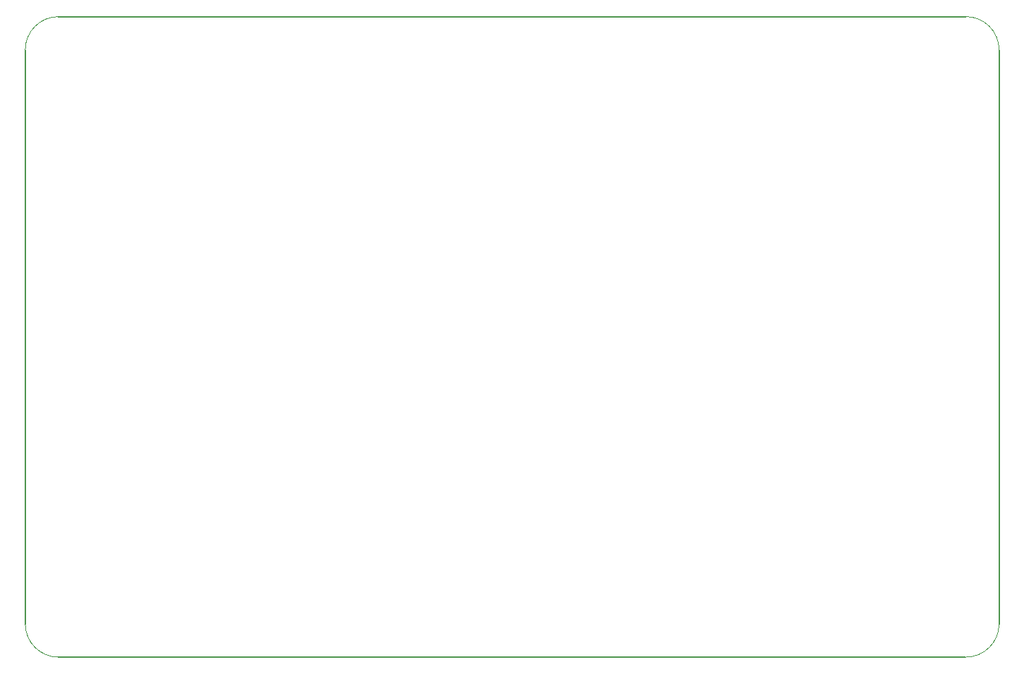
<source format=gbr>
G04 #@! TF.GenerationSoftware,KiCad,Pcbnew,(5.1.4)-1*
G04 #@! TF.CreationDate,2020-12-10T19:05:49-06:00*
G04 #@! TF.ProjectId,tenjuepad,74656e6a-7565-4706-9164-2e6b69636164,rev?*
G04 #@! TF.SameCoordinates,Original*
G04 #@! TF.FileFunction,Profile,NP*
%FSLAX46Y46*%
G04 Gerber Fmt 4.6, Leading zero omitted, Abs format (unit mm)*
G04 Created by KiCad (PCBNEW (5.1.4)-1) date 2020-12-10 19:05:49*
%MOMM*%
%LPD*%
G04 APERTURE LIST*
%ADD10C,0.100000*%
%ADD11C,0.200000*%
G04 APERTURE END LIST*
D10*
X299500000Y-141000000D02*
G75*
G02X303500000Y-145000000I0J-4000000D01*
G01*
X303500000Y-214000000D02*
G75*
G02X299500000Y-218000000I-4000000J0D01*
G01*
X190500000Y-218000000D02*
G75*
G02X186500000Y-214000000I0J4000000D01*
G01*
X186500000Y-145000000D02*
G75*
G02X190500000Y-141000000I4000000J0D01*
G01*
D11*
X190500000Y-141000000D02*
X299500000Y-141000000D01*
X303500000Y-145000000D02*
X303500000Y-214000000D01*
X299500000Y-218000000D02*
X190500000Y-218000000D01*
X186500000Y-214000000D02*
X186500000Y-145000000D01*
M02*

</source>
